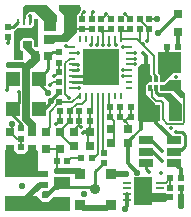
<source format=gtl>
%FSLAX25Y25*%
%MOIN*%
G70*
G01*
G75*
G04 Layer_Physical_Order=1*
G04 Layer_Color=255*
%ADD10R,0.06496X0.09370*%
%ADD11R,0.02756X0.00984*%
%ADD12R,0.01969X0.01969*%
%ADD13R,0.03100X0.03100*%
%ADD14R,0.01969X0.01969*%
%ADD15R,0.03000X0.03000*%
%ADD16R,0.03000X0.03000*%
%ADD17C,0.03504*%
%ADD18R,0.03701X0.03701*%
%ADD19R,0.04449X0.05787*%
%ADD20R,0.05787X0.04449*%
%ADD21R,0.10709X0.05079*%
%ADD22R,0.12205X0.12205*%
%ADD23R,0.00984X0.02362*%
%ADD24R,0.02362X0.00984*%
%ADD25R,0.06299X0.03543*%
%ADD26R,0.01102X0.01969*%
%ADD27R,0.01181X0.01929*%
%ADD28R,0.01181X0.02047*%
%ADD29R,0.05118X0.02756*%
%ADD30R,0.04921X0.05118*%
%ADD31C,0.00800*%
%ADD32C,0.00600*%
%ADD33C,0.01000*%
%ADD34C,0.02500*%
%ADD35C,0.00500*%
%ADD36C,0.02000*%
%ADD37C,0.01200*%
%ADD38C,0.01969*%
%ADD39C,0.02200*%
%ADD40C,0.01400*%
G36*
X12300Y21450D02*
X12300Y13800D01*
X1600Y13800D01*
X1600Y21750D01*
X4349Y21750D01*
X5800Y20300D01*
X7800Y20300D01*
X9250Y21750D01*
X12000Y21750D01*
X12300Y21450D01*
D02*
G37*
G36*
X49800Y47000D02*
X50500Y46300D01*
Y44400D01*
X49300D01*
X48400Y43500D01*
Y40300D01*
X51600Y37100D01*
Y31200D01*
X46500D01*
X45900Y31800D01*
Y49500D01*
X46800Y50400D01*
X49800D01*
Y47000D01*
D02*
G37*
G36*
X52500Y41300D02*
X53100Y40700D01*
X56800Y40700D01*
X60300Y37200D01*
Y31400D01*
X56000Y31400D01*
X56000Y37800D01*
X54500Y39300D01*
X52700D01*
X51300Y40700D01*
X51300Y43200D01*
X52500D01*
Y41300D01*
D02*
G37*
G36*
X12200Y6200D02*
X14100Y4300D01*
X15900D01*
X17400Y5800D01*
Y6000D01*
X23200D01*
Y1500D01*
X1500D01*
Y6500D01*
X12200D01*
Y6200D01*
D02*
G37*
G36*
X55000Y7400D02*
X55500Y6900D01*
X57500D01*
Y4900D01*
X55500Y4900D01*
X55000Y4400D01*
X49000D01*
X48900Y4500D01*
Y7400D01*
X55000Y7400D01*
D02*
G37*
G36*
X19200Y8500D02*
X18500D01*
X15900Y5900D01*
X14000D01*
Y7900D01*
X15900D01*
X17700Y9700D01*
X20400D01*
X19200Y8500D01*
D02*
G37*
G36*
X12300Y56000D02*
X11200D01*
Y58000D01*
X10300Y58900D01*
X7300D01*
X6400Y58000D01*
Y55400D01*
X7100Y54700D01*
X7300D01*
Y51700D01*
X4300D01*
Y61200D01*
X5600Y62500D01*
X10300D01*
X11200Y63400D01*
Y65400D01*
X12300D01*
Y56000D01*
D02*
G37*
G36*
X26500Y67700D02*
X25600Y66800D01*
Y60900D01*
X22300Y57600D01*
X18100D01*
X17400Y56900D01*
X14400D01*
Y59900D01*
X20000D01*
X21100Y61000D01*
Y66800D01*
X19500Y68400D01*
Y70000D01*
X26500D01*
Y67700D01*
D02*
G37*
G36*
X15500Y70000D02*
X18700Y66800D01*
Y64300D01*
X14900D01*
X11500Y67700D01*
X9300Y67700D01*
X8400Y66800D01*
X8400Y65400D01*
X7300Y65200D01*
Y69200D01*
X8100Y70000D01*
X15500Y70000D01*
D02*
G37*
G36*
X60000Y41900D02*
X59400Y41300D01*
X53300D01*
Y43200D01*
X54400D01*
X56100Y44900D01*
X60000D01*
Y41900D01*
D02*
G37*
G36*
Y47400D02*
X57500D01*
X54418Y44318D01*
X53200Y44440D01*
X53200Y46500D01*
X52400Y47300D01*
Y54300D01*
X60000D01*
Y47400D01*
D02*
G37*
G36*
X10300Y56100D02*
X11700Y54700D01*
X12800D01*
Y53300D01*
X10200D01*
X7500Y56000D01*
X7300Y56000D01*
Y57900D01*
X10300D01*
X10300Y56100D01*
D02*
G37*
D10*
X47600Y7900D02*
D03*
D11*
X42088Y10853D02*
D03*
Y8884D02*
D03*
Y6916D02*
D03*
Y4947D02*
D03*
X53112Y10853D02*
D03*
Y8884D02*
D03*
Y6916D02*
D03*
Y4947D02*
D03*
D12*
X58972Y56000D02*
D03*
X55428D02*
D03*
X46869Y32831D02*
D03*
X43326D02*
D03*
X46869Y36031D02*
D03*
X43326D02*
D03*
X19626Y34731D02*
D03*
X23169D02*
D03*
X19626Y31531D02*
D03*
X23169D02*
D03*
X26226Y34731D02*
D03*
X29769D02*
D03*
X26226Y31531D02*
D03*
X29769D02*
D03*
X39869Y36031D02*
D03*
X36326D02*
D03*
X39869Y32831D02*
D03*
X36326D02*
D03*
X26828Y19200D02*
D03*
X30372D02*
D03*
X22169Y17931D02*
D03*
X18626D02*
D03*
X56528Y12300D02*
D03*
X60072D02*
D03*
X56528Y5900D02*
D03*
X60072D02*
D03*
X56528Y9100D02*
D03*
X60072D02*
D03*
D13*
X59000Y67050D02*
D03*
Y61150D02*
D03*
D14*
X46400Y61928D02*
D03*
Y65472D02*
D03*
X33600Y65472D02*
D03*
Y61928D02*
D03*
X36800Y65472D02*
D03*
Y61928D02*
D03*
X40000Y65472D02*
D03*
Y61928D02*
D03*
X43200Y65472D02*
D03*
Y61928D02*
D03*
X34500Y17328D02*
D03*
Y20872D02*
D03*
X6800Y22872D02*
D03*
Y19328D02*
D03*
X19600Y41172D02*
D03*
Y37628D02*
D03*
Y47772D02*
D03*
Y44228D02*
D03*
Y54372D02*
D03*
Y50828D02*
D03*
X27200Y65472D02*
D03*
Y61928D02*
D03*
X30400Y65472D02*
D03*
Y61928D02*
D03*
X2500Y62872D02*
D03*
Y59328D02*
D03*
X14900Y6872D02*
D03*
Y3328D02*
D03*
Y10028D02*
D03*
Y13572D02*
D03*
X49600Y65472D02*
D03*
Y61928D02*
D03*
X6800Y25428D02*
D03*
Y28972D02*
D03*
D15*
X19700Y22150D02*
D03*
Y27650D02*
D03*
X15100Y22150D02*
D03*
Y27650D02*
D03*
X15900Y52950D02*
D03*
Y58450D02*
D03*
X58500Y48950D02*
D03*
Y43450D02*
D03*
X3100Y27650D02*
D03*
Y22150D02*
D03*
X10500Y27650D02*
D03*
Y22150D02*
D03*
D16*
X24348Y27631D02*
D03*
X29848D02*
D03*
X42348Y28731D02*
D03*
X36848D02*
D03*
X5850Y53200D02*
D03*
X11350D02*
D03*
X53850Y49000D02*
D03*
X48350D02*
D03*
X24348Y22931D02*
D03*
X29848D02*
D03*
X42348Y24031D02*
D03*
X36848D02*
D03*
D17*
X31500Y8600D02*
D03*
D18*
X36697Y13797D02*
D03*
X26303D02*
D03*
Y3403D02*
D03*
X36697D02*
D03*
D19*
X23384Y63900D02*
D03*
X16416D02*
D03*
X51116Y34200D02*
D03*
X58084D02*
D03*
D20*
X20300Y3747D02*
D03*
Y10715D02*
D03*
D21*
X6900Y3968D02*
D03*
Y15032D02*
D03*
D22*
X33298Y49231D02*
D03*
D23*
X26408Y58680D02*
D03*
X28376D02*
D03*
X30345D02*
D03*
X32313D02*
D03*
X34282D02*
D03*
X36250D02*
D03*
X38219D02*
D03*
X40187D02*
D03*
Y39782D02*
D03*
X38219D02*
D03*
X36250D02*
D03*
X34282D02*
D03*
X32313D02*
D03*
X30345D02*
D03*
X28376D02*
D03*
X26408D02*
D03*
D24*
X42746Y56121D02*
D03*
Y54152D02*
D03*
Y52184D02*
D03*
Y50215D02*
D03*
Y48247D02*
D03*
Y46278D02*
D03*
Y44310D02*
D03*
Y42341D02*
D03*
X23849D02*
D03*
Y44310D02*
D03*
Y46278D02*
D03*
Y48247D02*
D03*
Y50215D02*
D03*
Y52184D02*
D03*
Y54152D02*
D03*
Y56121D02*
D03*
D25*
X8800Y60700D02*
D03*
D26*
X5847Y64440D02*
D03*
X7816D02*
D03*
X9784D02*
D03*
X11753D02*
D03*
Y56960D02*
D03*
X9784D02*
D03*
X7816D02*
D03*
X5847D02*
D03*
D27*
X49931Y45316D02*
D03*
X51900D02*
D03*
X53869D02*
D03*
Y42284D02*
D03*
X51900D02*
D03*
D28*
X49931D02*
D03*
D29*
X57824Y17460D02*
D03*
Y21200D02*
D03*
Y24940D02*
D03*
X48376D02*
D03*
Y21200D02*
D03*
Y17460D02*
D03*
D30*
X3971Y45500D02*
D03*
X12829Y35500D02*
D03*
X3971D02*
D03*
X12829Y45500D02*
D03*
D31*
X23848Y27631D02*
X26226Y30009D01*
X45420Y58680D02*
X46400Y57700D01*
X47100Y57000D01*
X46400Y57700D02*
Y61928D01*
X40187Y58680D02*
X45420D01*
X18900Y14700D02*
Y17657D01*
X44050Y25950D02*
X46869Y28769D01*
X29248Y27631D02*
Y28931D01*
Y24231D02*
Y27631D01*
X29848D01*
X49000Y61328D02*
X49600Y61928D01*
X49000Y58100D02*
Y61328D01*
X48900Y58200D02*
X49000Y58100D01*
X41333Y31367D02*
X42798Y32831D01*
X39869D02*
X41333Y31367D01*
X33598Y61359D02*
X36798D01*
X56528Y9100D02*
Y12300D01*
X55081Y10853D02*
X56528Y12300D01*
X53112Y10853D02*
X55081D01*
X3100Y27650D02*
X3800Y28350D01*
Y30400D01*
X16500Y43400D02*
X17328Y44228D01*
X19600D01*
X5322Y25428D02*
X6800D01*
X3100Y27650D02*
X5322Y25428D01*
X6800Y22872D02*
Y25428D01*
X27200Y61928D02*
X30400D01*
X23722D02*
X27200D01*
X22900Y62750D02*
X23722Y61928D01*
X41472Y67000D02*
X42500Y65972D01*
X40000Y65472D02*
X41028Y66500D01*
X35772D02*
X36800Y65472D01*
X33600D02*
X34628Y66500D01*
X52172Y65472D02*
X52200Y65500D01*
X49600Y65472D02*
X52172D01*
X27267Y37200D02*
X28376Y38310D01*
X25367Y37200D02*
X27267D01*
X23169Y35002D02*
X25367Y37200D01*
X32313Y20413D02*
Y39782D01*
X31031Y19131D02*
X32313Y20413D01*
X29769Y19131D02*
X31031D01*
X18476Y30381D02*
X19626Y31531D01*
X18308Y30381D02*
X18476D01*
X39998Y61359D02*
X43198D01*
X39998D02*
X40187Y61169D01*
Y58680D02*
Y61169D01*
X33598Y61359D02*
X34282Y60675D01*
Y58680D02*
Y60675D01*
X34098Y56631D02*
X34282Y56815D01*
Y58680D01*
X22169Y17931D02*
X23369Y19131D01*
X26226D01*
X23169Y31531D02*
Y34731D01*
X28376Y38310D02*
Y39782D01*
X30345Y35306D02*
Y39782D01*
X29669Y34631D02*
X30345Y35306D01*
X34282Y21675D02*
Y39782D01*
X29248Y28931D02*
X29669Y29353D01*
Y34631D01*
X37748Y24231D02*
Y28931D01*
Y31409D01*
X36326Y32831D02*
X37748Y31409D01*
X36326Y32831D02*
Y36031D01*
X36250Y36106D02*
X36326Y36031D01*
X36250Y36106D02*
Y39782D01*
X41333Y31367D02*
X43248Y29452D01*
X42798Y32831D02*
X43326D01*
X19626Y31531D02*
Y34731D01*
X26226Y30009D02*
Y31531D01*
Y34731D01*
X43326Y32831D02*
Y36031D01*
X43248Y28931D02*
Y29452D01*
X39869Y32831D02*
Y36031D01*
X19198Y27581D02*
X23848Y22931D01*
X19198Y27581D02*
Y27681D01*
X19319D01*
X23169Y31531D01*
X15100Y22150D02*
X19700D01*
X18626Y21076D02*
X19700Y22150D01*
X18626Y17931D02*
Y21076D01*
Y17931D02*
X18900Y17657D01*
D32*
X47100Y57000D02*
X51100Y53000D01*
X53465Y38100D02*
X54140Y37425D01*
X51731Y38100D02*
X53465D01*
X50500Y39331D02*
X51731Y38100D01*
X55528Y30506D02*
X60640D01*
X60500Y39900D02*
X61109Y39291D01*
Y30975D02*
Y39291D01*
X60640Y30506D02*
X61109Y30975D01*
X54140Y31895D02*
X55528Y30506D01*
X54140Y31895D02*
Y37425D01*
X50500Y39331D02*
Y41716D01*
X49931Y42284D02*
X50500Y41716D01*
X30398Y65003D02*
Y67398D01*
X51100Y47056D02*
Y53000D01*
X46400Y65128D02*
Y65472D01*
Y65128D02*
X49600Y61928D01*
X30398Y67398D02*
X30800Y67800D01*
X27198Y65003D02*
Y66998D01*
X27900Y67700D01*
X51100Y47056D02*
X51900Y46256D01*
Y45316D02*
Y46256D01*
D33*
X3971Y35500D02*
X6000Y37529D01*
Y40900D01*
X2000Y43529D02*
X3971Y45500D01*
X2000Y41800D02*
Y43529D01*
X21515Y9500D02*
X30600D01*
X31500Y8600D01*
X20300Y10715D02*
X21515Y9500D01*
X60416Y27700D02*
X61383Y26732D01*
X58600Y27700D02*
X60416D01*
X61383Y23148D02*
Y26732D01*
X48376Y15424D02*
X49300Y14500D01*
X48376Y15424D02*
Y17460D01*
X60072Y5900D02*
X60072Y5900D01*
X60072Y5900D02*
Y9100D01*
X60036Y21800D02*
X61383Y23148D01*
X58424Y21800D02*
X60036D01*
X57824Y21200D02*
X58424Y21800D01*
X3971Y33229D02*
X6800Y30400D01*
Y28972D02*
Y30400D01*
X25882Y48247D02*
X25898Y48231D01*
X23849Y48247D02*
X25882D01*
X25813Y50215D02*
X25898Y50131D01*
X23849Y50215D02*
X25813D01*
X23849Y46294D02*
X28476D01*
X31313Y49131D02*
Y51115D01*
X28376Y44310D02*
X33298Y49231D01*
X23849Y44310D02*
X28376D01*
X31313Y51115D02*
X33298D01*
X28476Y46294D02*
X31313Y49131D01*
X23849Y46278D02*
Y46294D01*
X16700Y38000D02*
Y38272D01*
X19600Y41172D01*
X14600Y35500D02*
X16500Y37400D01*
X12829Y35500D02*
X14600D01*
X3971Y33229D02*
Y35500D01*
X12829Y43914D02*
X15872Y40872D01*
X12829Y43914D02*
Y45500D01*
X17322Y54372D02*
X19600D01*
X15900Y52950D02*
X17322Y54372D01*
X15900Y48571D02*
Y52950D01*
X12829Y45500D02*
X15900Y48571D01*
X9784Y66384D02*
X9800Y66400D01*
X9784Y64440D02*
Y66384D01*
X2500Y57400D02*
Y59328D01*
X31500Y8600D02*
Y14731D01*
X34298Y17528D01*
X4279Y62872D02*
X5847Y64440D01*
X2500Y62872D02*
X4279D01*
D34*
X8450Y39885D02*
Y48850D01*
X8400Y48900D02*
X8450Y48850D01*
X8400Y39835D02*
X8450Y39885D01*
X8400Y32100D02*
Y39835D01*
X10500Y27650D02*
Y30000D01*
X8400Y32100D02*
X10500Y30000D01*
X8400Y48900D02*
X11650Y52150D01*
Y53200D01*
D35*
X16400Y34534D02*
X19494Y37628D01*
X16400Y29322D02*
Y34534D01*
X15100Y28022D02*
X16400Y29322D01*
X15100Y27650D02*
Y28022D01*
X42768Y54131D02*
X44798D01*
X42746Y54152D02*
X42768Y54131D01*
X44782Y50215D02*
X44798Y50231D01*
X40798Y46231D02*
X40845Y46278D01*
X44745Y52184D02*
X44798Y52131D01*
X36098Y56631D02*
X36398D01*
X36498Y56731D01*
X36148Y57081D02*
X36498Y56731D01*
X36148Y57081D02*
Y58577D01*
X36250Y58680D01*
X38219Y56710D02*
Y58680D01*
Y56710D02*
X38298Y56631D01*
X32098D02*
X32313Y56847D01*
X30098Y56631D02*
X30345Y56878D01*
X21798Y56210D02*
Y56231D01*
X25876Y54152D02*
X25898Y54131D01*
X21708Y56121D02*
X21798Y56210D01*
X23849Y54152D02*
X25876D01*
X21708Y56121D02*
X23849D01*
X40845Y46278D02*
X42746D01*
X40798Y48231D02*
X40813Y48247D01*
X42746D01*
Y50215D02*
X44782D01*
X42746Y52184D02*
X44745D01*
X40698Y56131D02*
X40708Y56121D01*
X42746D01*
X30345Y56878D02*
Y58680D01*
X32313Y56847D02*
Y58680D01*
X23084Y52184D02*
X23849D01*
X21600Y50700D02*
X23084Y52184D01*
X26082Y39782D02*
X26408D01*
X21600Y40328D02*
Y50700D01*
X23849Y42341D02*
X25959D01*
X26000Y42300D01*
X23900Y37600D02*
X26082Y39782D01*
X19600Y37628D02*
X19628Y37600D01*
X23900D01*
X21600Y40328D02*
X22728Y39200D01*
X17900Y46400D02*
X18228D01*
X19600Y47772D01*
Y50828D01*
X19494Y37628D02*
X19600D01*
D36*
X35594Y2300D02*
X36697Y3403D01*
X31400Y2300D02*
X35594D01*
X27406D02*
X31400D01*
X26303Y3403D02*
X27406Y2300D01*
X36794Y13700D02*
X41800D01*
X36697Y13797D02*
X36794Y13700D01*
X18900Y14700D02*
X26303D01*
X60072Y3028D02*
X60100Y3000D01*
X60072Y3028D02*
Y5900D01*
X58500Y41900D02*
Y43450D01*
Y41900D02*
X60500Y39900D01*
X7400Y49900D02*
X8400Y48900D01*
X2900Y49900D02*
X7400D01*
X6900Y15032D02*
X8360Y13572D01*
X6900Y3968D02*
X12960Y10028D01*
X14900D01*
X8360Y13572D02*
X14900D01*
D37*
X42088Y2888D02*
Y4947D01*
X41400Y2200D02*
X42088Y2888D01*
Y4947D02*
Y6916D01*
X55428Y53272D02*
X55700Y53000D01*
X55428Y53272D02*
Y56000D01*
X58972D02*
Y61122D01*
X59000Y61150D01*
X52750Y60800D02*
X59000Y67050D01*
X52300Y60800D02*
X52750D01*
X42348Y24248D02*
X44050Y25950D01*
X42348Y24031D02*
Y24248D01*
X27752Y27631D02*
X29248D01*
X47300Y54100D02*
X48350Y53050D01*
Y49000D02*
Y53050D01*
X42348Y17352D02*
Y24031D01*
Y17352D02*
X45500Y14200D01*
X26303Y13797D02*
Y14700D01*
X60072Y12300D02*
Y15213D01*
X57824Y17460D02*
X60072Y15213D01*
X50700Y21200D02*
X53700Y18200D01*
X48376Y21200D02*
X50700D01*
X50260Y24940D02*
X53700Y21500D01*
X48376Y24940D02*
X50260D01*
X51916Y30849D02*
Y34200D01*
Y30849D02*
X57824Y24940D01*
X46869Y28769D02*
Y32831D01*
D38*
X45632Y9868D02*
D03*
X49569D02*
D03*
X45632Y5931D02*
D03*
X49569D02*
D03*
X38219Y44310D02*
D03*
X33298D02*
D03*
X28376D02*
D03*
X38219Y49231D02*
D03*
X33298D02*
D03*
X28376D02*
D03*
X38219Y54152D02*
D03*
X33298D02*
D03*
X28376D02*
D03*
X10375Y60700D02*
D03*
X7225D02*
D03*
D39*
X7200Y9800D02*
D03*
X31400Y2300D02*
D03*
X41400Y2200D02*
D03*
X27700Y6900D02*
D03*
X18900Y14700D02*
D03*
X41800Y13700D02*
D03*
X57900Y53200D02*
D03*
X45500Y14200D02*
D03*
X52300Y60800D02*
D03*
X60100Y3000D02*
D03*
X3800Y30400D02*
D03*
X60500Y39900D02*
D03*
X25700Y68800D02*
D03*
X23200D02*
D03*
X20700D02*
D03*
X16700Y38000D02*
D03*
X15872Y40872D02*
D03*
X52172Y65472D02*
D03*
X2900Y49900D02*
D03*
D40*
X6000Y40900D02*
D03*
X2000Y41800D02*
D03*
X53500Y14200D02*
D03*
X58500Y46200D02*
D03*
X56900Y29000D02*
D03*
X58600Y27700D02*
D03*
X35100Y67000D02*
D03*
X49300Y14400D02*
D03*
X41400Y67000D02*
D03*
X27300Y27500D02*
D03*
X47400Y57000D02*
D03*
X48900Y58200D02*
D03*
X47300Y54100D02*
D03*
X44798Y54131D02*
D03*
Y50231D02*
D03*
X40798Y46231D02*
D03*
X44798Y52131D02*
D03*
X41333Y31367D02*
D03*
X53700Y18200D02*
D03*
X26700Y29500D02*
D03*
X16500Y43400D02*
D03*
X30800Y67800D02*
D03*
X27900Y67700D02*
D03*
X9800Y66400D02*
D03*
X25898Y48231D02*
D03*
X18308Y30381D02*
D03*
X34098Y56631D02*
D03*
X36098D02*
D03*
X38298D02*
D03*
X53700Y21500D02*
D03*
X32098Y56631D02*
D03*
X30098D02*
D03*
X21798Y56231D02*
D03*
X25898Y54131D02*
D03*
Y50131D02*
D03*
X2500Y57400D02*
D03*
X40798Y48231D02*
D03*
X40698Y56131D02*
D03*
X26000Y42300D02*
D03*
X22728Y39200D02*
D03*
X17900Y46400D02*
D03*
M02*

</source>
